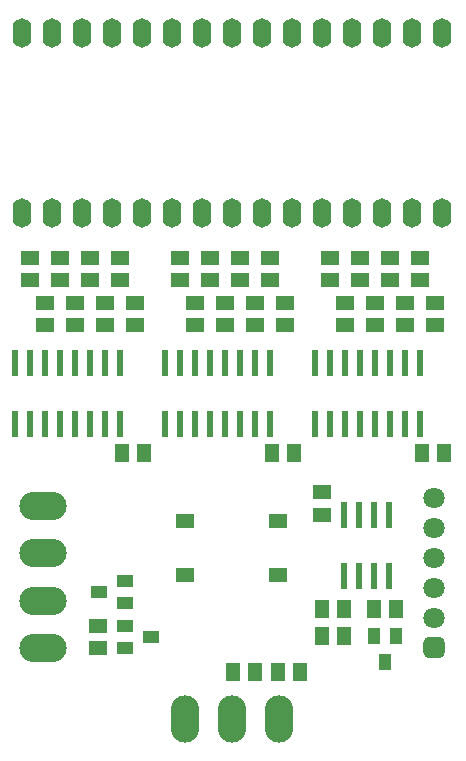
<source format=gts>
%TF.GenerationSoftware,KiCad,Pcbnew,(5.1.9)-1*%
%TF.CreationDate,2021-05-21T21:01:08+03:00*%
%TF.ProjectId,valenok,76616c65-6e6f-46b2-9e6b-696361645f70,1*%
%TF.SameCoordinates,Original*%
%TF.FileFunction,Soldermask,Top*%
%TF.FilePolarity,Negative*%
%FSLAX46Y46*%
G04 Gerber Fmt 4.6, Leading zero omitted, Abs format (unit mm)*
G04 Created by KiCad (PCBNEW (5.1.9)-1) date 2021-05-21 21:01:08*
%MOMM*%
%LPD*%
G01*
G04 APERTURE LIST*
%ADD10O,1.600000X2.500000*%
%ADD11C,1.800000*%
%ADD12R,1.300000X1.500000*%
%ADD13R,1.500000X1.300000*%
%ADD14R,1.400000X1.000000*%
%ADD15R,1.000000X1.400000*%
%ADD16R,1.600000X1.200000*%
%ADD17R,0.600000X2.200000*%
%ADD18O,4.000000X2.400000*%
%ADD19O,2.400000X4.000000*%
G04 APERTURE END LIST*
D10*
%TO.C,DS3*%
X107619999Y-74374999D03*
X110159999Y-74374999D03*
X112699999Y-74374999D03*
X115239999Y-74374999D03*
X117779999Y-74374999D03*
X117779999Y-89614999D03*
X115239999Y-89614999D03*
X112699999Y-89614999D03*
X110159999Y-89614999D03*
X107619999Y-89614999D03*
%TD*%
D11*
%TO.C,X8*%
X117094000Y-113728500D03*
X117094000Y-116268500D03*
X117094000Y-118808500D03*
X117094000Y-121348500D03*
X117094000Y-123888500D03*
G36*
G01*
X117544000Y-127328500D02*
X116644000Y-127328500D01*
G75*
G02*
X116194000Y-126878500I0J450000D01*
G01*
X116194000Y-125978500D01*
G75*
G02*
X116644000Y-125528500I450000J0D01*
G01*
X117544000Y-125528500D01*
G75*
G02*
X117994000Y-125978500I0J-450000D01*
G01*
X117994000Y-126878500D01*
G75*
G02*
X117544000Y-127328500I-450000J0D01*
G01*
G37*
%TD*%
D12*
%TO.C,C1*%
X103886000Y-128524000D03*
X105786000Y-128524000D03*
%TD*%
D13*
%TO.C,C2*%
X107569000Y-113289000D03*
X107569000Y-115189000D03*
%TD*%
D12*
%TO.C,C3*%
X92578000Y-109982000D03*
X90678000Y-109982000D03*
%TD*%
%TO.C,C4*%
X103378000Y-109982000D03*
X105278000Y-109982000D03*
%TD*%
%TO.C,C5*%
X117978000Y-109982000D03*
X116078000Y-109982000D03*
%TD*%
D10*
%TO.C,DS1*%
X82219999Y-89614999D03*
X84759999Y-89614999D03*
X87299999Y-89614999D03*
X89839999Y-89614999D03*
X92379999Y-89614999D03*
X92379999Y-74374999D03*
X89839999Y-74374999D03*
X87299999Y-74374999D03*
X84759999Y-74374999D03*
X82219999Y-74374999D03*
%TD*%
%TO.C,DS2*%
X94919999Y-89614999D03*
X97459999Y-89614999D03*
X99999999Y-89614999D03*
X102539999Y-89614999D03*
X105079999Y-89614999D03*
X105079999Y-74374999D03*
X102539999Y-74374999D03*
X99999999Y-74374999D03*
X97459999Y-74374999D03*
X94919999Y-74374999D03*
%TD*%
D14*
%TO.C,Q1*%
X93132000Y-125542000D03*
X90932000Y-126492000D03*
X90932000Y-124592000D03*
%TD*%
%TO.C,Q2*%
X90932000Y-122682000D03*
X90932000Y-120782000D03*
X88732000Y-121732000D03*
%TD*%
D15*
%TO.C,Q3*%
X113914000Y-125476000D03*
X112014000Y-125476000D03*
X112964000Y-127676000D03*
%TD*%
D13*
%TO.C,R1*%
X88646000Y-126492000D03*
X88646000Y-124592000D03*
%TD*%
D12*
%TO.C,R2*%
X100076000Y-128524000D03*
X101976000Y-128524000D03*
%TD*%
%TO.C,R3*%
X112014000Y-123190000D03*
X113914000Y-123190000D03*
%TD*%
%TO.C,R4*%
X107574000Y-123190000D03*
X109474000Y-123190000D03*
%TD*%
D13*
%TO.C,R5*%
X87934999Y-95324999D03*
X87934999Y-93424999D03*
%TD*%
%TO.C,R6*%
X90474999Y-93424999D03*
X90474999Y-95324999D03*
%TD*%
%TO.C,R7*%
X89204999Y-97234999D03*
X89204999Y-99134999D03*
%TD*%
%TO.C,R8*%
X85394999Y-95324999D03*
X85394999Y-93424999D03*
%TD*%
%TO.C,R9*%
X82854999Y-93424999D03*
X82854999Y-95324999D03*
%TD*%
%TO.C,R10*%
X86664999Y-99134999D03*
X86664999Y-97234999D03*
%TD*%
%TO.C,R11*%
X84124999Y-97234999D03*
X84124999Y-99134999D03*
%TD*%
%TO.C,R12*%
X91744999Y-99134999D03*
X91744999Y-97234999D03*
%TD*%
%TO.C,R13*%
X100634999Y-95324999D03*
X100634999Y-93424999D03*
%TD*%
%TO.C,R14*%
X103174999Y-95324999D03*
X103174999Y-93424999D03*
%TD*%
%TO.C,R15*%
X101904999Y-97234999D03*
X101904999Y-99134999D03*
%TD*%
%TO.C,R16*%
X98094999Y-95335000D03*
X98094999Y-93435000D03*
%TD*%
%TO.C,R17*%
X95554999Y-93424999D03*
X95554999Y-95324999D03*
%TD*%
%TO.C,R18*%
X99364999Y-99134999D03*
X99364999Y-97234999D03*
%TD*%
%TO.C,R19*%
X96824999Y-97234999D03*
X96824999Y-99134999D03*
%TD*%
%TO.C,R20*%
X104444999Y-99134999D03*
X104444999Y-97234999D03*
%TD*%
%TO.C,R21*%
X113334999Y-93424999D03*
X113334999Y-95324999D03*
%TD*%
%TO.C,R22*%
X115874999Y-95324999D03*
X115874999Y-93424999D03*
%TD*%
%TO.C,R23*%
X114604999Y-97234999D03*
X114604999Y-99134999D03*
%TD*%
%TO.C,R24*%
X110794999Y-95324999D03*
X110794999Y-93424999D03*
%TD*%
%TO.C,R25*%
X108254999Y-93424999D03*
X108254999Y-95324999D03*
%TD*%
%TO.C,R26*%
X112064999Y-99134999D03*
X112064999Y-97234999D03*
%TD*%
%TO.C,R27*%
X109524999Y-97234999D03*
X109524999Y-99134999D03*
%TD*%
%TO.C,R28*%
X117144999Y-97234999D03*
X117144999Y-99134999D03*
%TD*%
D12*
%TO.C,R29*%
X109474000Y-125476000D03*
X107574000Y-125476000D03*
%TD*%
D16*
%TO.C,SW1*%
X96000000Y-115750000D03*
X103900000Y-115750000D03*
X96000000Y-120250000D03*
X103900000Y-120250000D03*
%TD*%
D17*
%TO.C,U1*%
X109474000Y-120396000D03*
X110744000Y-120396000D03*
X112014000Y-120396000D03*
X113284000Y-120396000D03*
X113284000Y-115196000D03*
X112014000Y-115196000D03*
X110744000Y-115196000D03*
X109474000Y-115196000D03*
%TD*%
%TO.C,U2*%
X86664999Y-102314999D03*
X87934999Y-102314999D03*
X89204999Y-102314999D03*
X90474999Y-102314999D03*
X85394999Y-102314999D03*
X84124999Y-102314999D03*
X82854999Y-102314999D03*
X81584999Y-102314999D03*
X81584999Y-107514999D03*
X82854999Y-107514999D03*
X84124999Y-107514999D03*
X85394999Y-107514999D03*
X86664999Y-107514999D03*
X87934999Y-107514999D03*
X89204999Y-107514999D03*
X90474999Y-107514999D03*
%TD*%
%TO.C,U3*%
X99364999Y-102314999D03*
X100634999Y-102314999D03*
X101904999Y-102314999D03*
X103174999Y-102314999D03*
X98094999Y-102314999D03*
X96824999Y-102314999D03*
X95554999Y-102314999D03*
X94284999Y-102314999D03*
X94284999Y-107514999D03*
X95554999Y-107514999D03*
X96824999Y-107514999D03*
X98094999Y-107514999D03*
X99364999Y-107514999D03*
X100634999Y-107514999D03*
X101904999Y-107514999D03*
X103174999Y-107514999D03*
%TD*%
%TO.C,U4*%
X115874999Y-107514999D03*
X114604999Y-107514999D03*
X113334999Y-107514999D03*
X112064999Y-107514999D03*
X110794999Y-107514999D03*
X109524999Y-107514999D03*
X108254999Y-107514999D03*
X106984999Y-107514999D03*
X106984999Y-102314999D03*
X108254999Y-102314999D03*
X109524999Y-102314999D03*
X110794999Y-102314999D03*
X115874999Y-102314999D03*
X114604999Y-102314999D03*
X113334999Y-102314999D03*
X112064999Y-102314999D03*
%TD*%
D18*
%TO.C,X1*%
X84000000Y-126500000D03*
%TD*%
%TO.C,X2*%
X84000000Y-122500000D03*
%TD*%
%TO.C,X3*%
X84000000Y-118445000D03*
%TD*%
%TO.C,X4*%
X84000000Y-114445000D03*
%TD*%
D19*
%TO.C,X5*%
X104000000Y-132500000D03*
%TD*%
%TO.C,X6*%
X100000000Y-132500000D03*
%TD*%
%TO.C,X7*%
X96000000Y-132500000D03*
%TD*%
M02*

</source>
